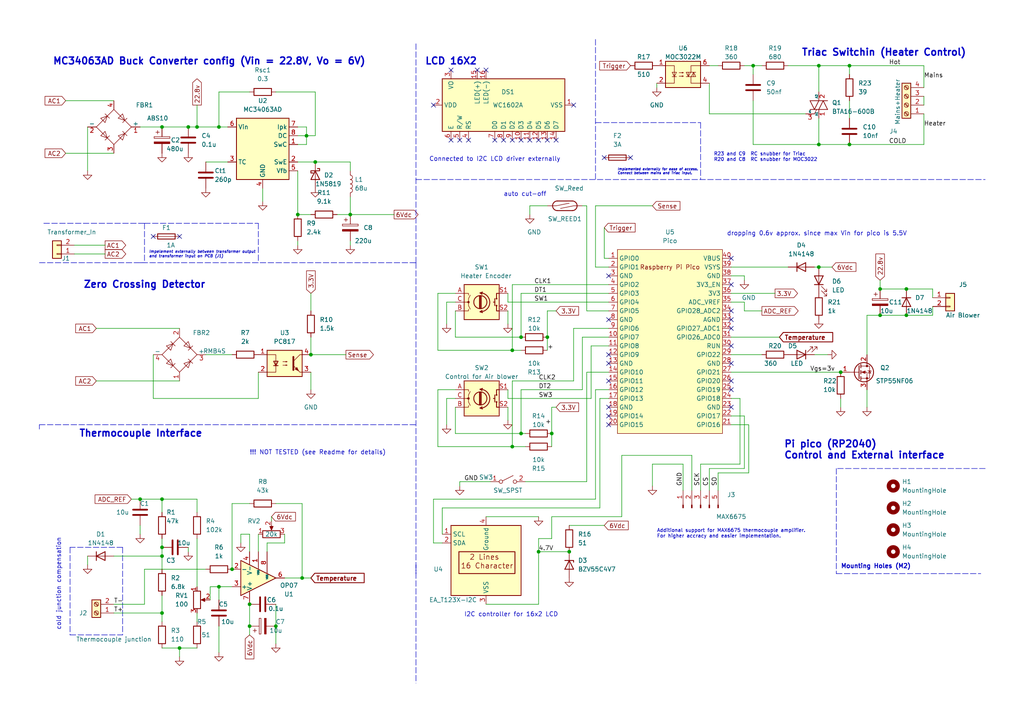
<source format=kicad_sch>
(kicad_sch (version 20211123) (generator eeschema)
  (paper "A4")
  (title_block (title "uStream") (date "2023-04-15") (rev "0.1") (company "Kimagure_krispy") (comment 1 "Designer: Nandish"))
  (junction (at 151.13 125.73))
  (junction (at 54.61 36.83))
  (junction (at 262.89 83.82))
  (junction (at 246.38 19.05))
  (junction (at 88.9 39.37))
  (junction (at 46.99 36.83))
  (junction (at 237.49 19.05))
  (junction (at 67.31 165.1))
  (junction (at 46.99 144.78))
  (junction (at 158.75 97.79))
  (junction (at 255.27 83.82))
  (junction (at 40.64 144.78))
  (junction (at 52.07 187.96))
  (junction (at 237.49 41.91))
  (junction (at 63.5 170.18))
  (junction (at 148.59 101.6))
  (junction (at 255.27 91.44))
  (junction (at 160.02 125.73))
  (junction (at 90.17 102.87))
  (junction (at 237.49 77.47))
  (junction (at 46.99 158.75))
  (junction (at 46.99 161.29))
  (junction (at 262.89 91.44))
  (junction (at 151.13 97.79))
  (junction (at 57.15 36.83))
  (junction (at 72.39 175.26))
  (junction (at 156.21 160.02))
  (junction (at 46.99 177.8))
  (junction (at 91.44 46.99))
  (junction (at 86.36 62.23))
  (junction (at 148.59 129.54))
  (junction (at 72.39 181.61))
  (junction (at 87.63 167.64))
  (junction (at 63.5 36.83))
  (junction (at 243.84 107.95))
  (junction (at 101.6 62.23))
  (junction (at 165.1 160.02))
  (junction (at 246.38 41.91))
  (junction (at 218.44 19.05))
  (junction (at 80.01 181.61))
  (no_connect (at 146.05 40.64))
  (no_connect (at 176.53 102.87))
  (no_connect (at 52.07 68.58))
  (no_connect (at 130.81 40.64))
  (no_connect (at 176.53 110.49))
  (no_connect (at 138.43 20.32))
  (no_connect (at 133.35 40.64))
  (no_connect (at 212.09 118.11))
  (no_connect (at 130.81 20.32))
  (no_connect (at 143.51 40.64))
  (no_connect (at 135.89 40.64))
  (no_connect (at 158.75 40.64))
  (no_connect (at 153.67 40.64))
  (no_connect (at 212.09 92.71))
  (no_connect (at 44.45 68.58))
  (no_connect (at 140.97 20.32))
  (no_connect (at 156.21 40.64))
  (no_connect (at 176.53 120.65))
  (no_connect (at 176.53 92.71))
  (no_connect (at 148.59 40.64))
  (no_connect (at 212.09 74.93))
  (no_connect (at 212.09 110.49))
  (no_connect (at 176.53 80.01))
  (no_connect (at 151.13 40.64))
  (no_connect (at 182.88 45.72))
  (no_connect (at 166.37 30.48))
  (no_connect (at 176.53 105.41))
  (no_connect (at 212.09 100.33))
  (no_connect (at 212.09 113.03))
  (no_connect (at 212.09 105.41))
  (no_connect (at 175.26 45.72))
  (no_connect (at 125.73 30.48))
  (no_connect (at 212.09 90.17))
  (no_connect (at 212.09 82.55))
  (no_connect (at 212.09 95.25))
  (no_connect (at 161.29 40.64))
  (no_connect (at 176.53 123.19))
  (no_connect (at 176.53 118.11))
  (wire (pts (xy 176.53 77.47) (xy 172.72 77.47)))
  (wire (pts (xy 88.9 39.37) (xy 88.9 41.91)))
  (wire (pts (xy 148.59 101.6) (xy 127 101.6)))
  (wire (pts (xy 57.15 36.83) (xy 63.5 36.83)))
  (wire (pts (xy 80.01 181.61) (xy 80.01 186.69)))
  (wire (pts (xy 203.2 134.62) (xy 203.2 142.24)))
  (wire (pts (xy 72.39 175.26) (xy 72.39 181.61)))
  (wire (pts (xy 173.99 147.32) (xy 173.99 115.57)))
  (wire (pts (xy 46.99 172.72) (xy 46.99 177.8)))
  (wire (pts (xy 40.64 36.83) (xy 46.99 36.83)))
  (wire (pts (xy 21.59 73.66) (xy 30.48 73.66)))
  (wire (pts (xy 215.9 87.63) (xy 215.9 90.17)))
  (wire (pts (xy 165.1 160.02) (xy 156.21 160.02)))
  (polyline (pts (xy 20.32 158.75) (xy 20.32 184.15)))
  (wire (pts (xy 267.97 33.02) (xy 267.97 41.91)))
  (wire (pts (xy 27.94 110.49) (xy 52.07 110.49)))
  (polyline (pts (xy 120.65 76.2) (xy 120.65 166.37)))
  (polyline (pts (xy 35.56 158.75) (xy 20.32 158.75)))
  (wire (pts (xy 129.54 87.63) (xy 129.54 93.98)))
  (polyline (pts (xy 20.32 184.15) (xy 35.56 184.15)))
  (wire (pts (xy 240.03 102.87) (xy 236.22 102.87)))
  (wire (pts (xy 212.09 77.47) (xy 228.6 77.47)))
  (wire (pts (xy 246.38 41.91) (xy 267.97 41.91)))
  (wire (pts (xy 172.72 59.69) (xy 189.23 59.69)))
  (wire (pts (xy 147.32 87.63) (xy 176.53 87.63)))
  (wire (pts (xy 251.46 91.44) (xy 255.27 91.44)))
  (wire (pts (xy 86.36 69.85) (xy 86.36 71.12)))
  (wire (pts (xy 125.73 144.78) (xy 172.72 144.78)))
  (wire (pts (xy 87.63 146.05) (xy 87.63 167.64)))
  (wire (pts (xy 171.45 115.57) (xy 171.45 100.33)))
  (wire (pts (xy 80.01 26.67) (xy 91.44 26.67)))
  (wire (pts (xy 170.18 107.95) (xy 176.53 107.95)))
  (polyline (pts (xy 11.43 123.19) (xy 11.43 124.46)))
  (wire (pts (xy 59.69 46.99) (xy 66.04 46.99)))
  (wire (pts (xy 86.36 46.99) (xy 91.44 46.99)))
  (polyline (pts (xy 11.43 123.19) (xy 120.65 123.19)))
  (wire (pts (xy 86.36 62.23) (xy 90.17 62.23)))
  (polyline (pts (xy 74.93 64.77) (xy 74.93 76.2)))
  (wire (pts (xy 147.32 90.17) (xy 147.32 93.98)))
  (wire (pts (xy 214.63 115.57) (xy 214.63 134.62)))
  (polyline (pts (xy 285.75 135.89) (xy 242.57 135.89)))
  (wire (pts (xy 205.74 24.13) (xy 205.74 33.02)))
  (wire (pts (xy 166.37 95.25) (xy 176.53 95.25)))
  (wire (pts (xy 132.08 97.79) (xy 151.13 97.79)))
  (wire (pts (xy 147.32 115.57) (xy 147.32 113.03)))
  (wire (pts (xy 132.08 85.09) (xy 127 85.09)))
  (wire (pts (xy 156.21 175.26) (xy 140.97 175.26)))
  (wire (pts (xy 38.1 144.78) (xy 40.64 144.78)))
  (wire (pts (xy 160.02 156.21) (xy 156.21 156.21)))
  (wire (pts (xy 151.13 113.03) (xy 168.91 113.03)))
  (wire (pts (xy 218.44 19.05) (xy 218.44 21.59)))
  (wire (pts (xy 63.5 26.67) (xy 72.39 26.67)))
  (wire (pts (xy 270.51 83.82) (xy 270.51 86.36)))
  (wire (pts (xy 127 85.09) (xy 127 101.6)))
  (wire (pts (xy 44.45 115.57) (xy 74.93 115.57)))
  (wire (pts (xy 215.9 80.01) (xy 215.9 81.28)))
  (wire (pts (xy 63.5 170.18) (xy 67.31 170.18)))
  (wire (pts (xy 168.91 113.03) (xy 168.91 97.79)))
  (wire (pts (xy 77.47 160.02) (xy 77.47 157.48)))
  (wire (pts (xy 46.99 158.75) (xy 46.99 161.29)))
  (wire (pts (xy 63.5 36.83) (xy 66.04 36.83)))
  (wire (pts (xy 237.49 19.05) (xy 246.38 19.05)))
  (wire (pts (xy 52.07 187.96) (xy 57.15 187.96)))
  (polyline (pts (xy 120.65 12.7) (xy 120.65 52.07)))
  (wire (pts (xy 215.9 120.65) (xy 215.9 135.89)))
  (wire (pts (xy 170.18 107.95) (xy 170.18 139.7)))
  (wire (pts (xy 200.66 142.24) (xy 200.66 132.08)))
  (wire (pts (xy 218.44 19.05) (xy 220.98 19.05)))
  (wire (pts (xy 63.5 36.83) (xy 63.5 26.67)))
  (wire (pts (xy 133.35 139.7) (xy 133.35 140.97)))
  (wire (pts (xy 148.59 101.6) (xy 148.59 82.55)))
  (wire (pts (xy 151.13 97.79) (xy 151.13 85.09)))
  (wire (pts (xy 90.17 107.95) (xy 90.17 113.03)))
  (wire (pts (xy 77.47 157.48) (xy 82.55 157.48)))
  (polyline (pts (xy 172.72 35.56) (xy 203.2 35.56)))
  (wire (pts (xy 158.75 90.17) (xy 161.29 90.17)))
  (wire (pts (xy 63.5 170.18) (xy 63.5 173.99)))
  (wire (pts (xy 69.85 154.94) (xy 69.85 157.48)))
  (wire (pts (xy 151.13 101.6) (xy 148.59 101.6)))
  (polyline (pts (xy 203.2 35.56) (xy 203.2 52.07)))
  (wire (pts (xy 72.39 181.61) (xy 72.39 184.15)))
  (wire (pts (xy 262.89 91.44) (xy 270.51 91.44)))
  (wire (pts (xy 40.64 144.78) (xy 46.99 144.78)))
  (wire (pts (xy 46.99 156.21) (xy 46.99 158.75)))
  (wire (pts (xy 198.12 134.62) (xy 198.12 142.24)))
  (wire (pts (xy 218.44 29.21) (xy 218.44 41.91)))
  (wire (pts (xy 41.91 165.1) (xy 59.69 165.1)))
  (wire (pts (xy 168.91 97.79) (xy 176.53 97.79)))
  (wire (pts (xy 270.51 88.9) (xy 270.51 91.44)))
  (wire (pts (xy 46.99 161.29) (xy 46.99 165.1)))
  (polyline (pts (xy 11.43 76.2) (xy 120.65 76.2)))
  (polyline (pts (xy 41.91 64.77) (xy 41.91 76.2)))
  (wire (pts (xy 243.84 118.11) (xy 243.84 115.57)))
  (polyline (pts (xy 120.65 52.07) (xy 285.75 52.07)))
  (wire (pts (xy 74.93 107.95) (xy 74.93 115.57)))
  (wire (pts (xy 237.49 26.67) (xy 237.49 19.05)))
  (wire (pts (xy 67.31 165.1) (xy 67.31 146.05)))
  (wire (pts (xy 82.55 157.48) (xy 82.55 154.94)))
  (wire (pts (xy 80.01 146.05) (xy 87.63 146.05)))
  (wire (pts (xy 82.55 167.64) (xy 87.63 167.64)))
  (wire (pts (xy 246.38 19.05) (xy 267.97 19.05)))
  (wire (pts (xy 132.08 115.57) (xy 129.54 115.57)))
  (wire (pts (xy 44.45 102.87) (xy 44.45 115.57)))
  (polyline (pts (xy 12.7 64.77) (xy 41.91 64.77)))
  (polyline (pts (xy 41.91 64.77) (xy 74.93 64.77)))
  (wire (pts (xy 67.31 146.05) (xy 72.39 146.05)))
  (wire (pts (xy 33.02 177.8) (xy 46.99 177.8)))
  (wire (pts (xy 60.96 170.18) (xy 63.5 170.18)))
  (wire (pts (xy 255.27 91.44) (xy 262.89 91.44)))
  (wire (pts (xy 151.13 125.73) (xy 152.4 125.73)))
  (polyline (pts (xy 242.57 135.89) (xy 242.57 166.37)))
  (wire (pts (xy 78.74 149.86) (xy 78.74 151.13)))
  (wire (pts (xy 148.59 129.54) (xy 148.59 110.49)))
  (wire (pts (xy 246.38 29.21) (xy 246.38 34.29)))
  (wire (pts (xy 33.02 175.26) (xy 41.91 175.26)))
  (polyline (pts (xy 41.91 76.2) (xy 40.64 76.2)))
  (wire (pts (xy 170.18 139.7) (xy 152.4 139.7)))
  (wire (pts (xy 59.69 102.87) (xy 67.31 102.87)))
  (wire (pts (xy 91.44 39.37) (xy 88.9 39.37)))
  (wire (pts (xy 228.6 19.05) (xy 237.49 19.05)))
  (wire (pts (xy 86.36 49.53) (xy 86.36 62.23)))
  (wire (pts (xy 148.59 129.54) (xy 152.4 129.54)))
  (wire (pts (xy 101.6 69.85) (xy 101.6 71.12)))
  (wire (pts (xy 200.66 132.08) (xy 180.34 132.08)))
  (wire (pts (xy 236.22 77.47) (xy 237.49 77.47)))
  (wire (pts (xy 19.05 29.21) (xy 33.02 29.21)))
  (wire (pts (xy 237.49 77.47) (xy 241.3 77.47)))
  (wire (pts (xy 80.01 175.26) (xy 80.01 181.61)))
  (wire (pts (xy 158.75 97.79) (xy 158.75 101.6)))
  (wire (pts (xy 212.09 107.95) (xy 243.84 107.95)))
  (wire (pts (xy 267.97 27.94) (xy 267.97 30.48)))
  (wire (pts (xy 205.74 19.05) (xy 208.28 19.05)))
  (wire (pts (xy 189.23 134.62) (xy 189.23 140.97)))
  (wire (pts (xy 215.9 90.17) (xy 220.98 90.17)))
  (wire (pts (xy 158.75 90.17) (xy 158.75 97.79)))
  (wire (pts (xy 101.6 57.15) (xy 101.6 62.23)))
  (wire (pts (xy 172.72 113.03) (xy 176.53 113.03)))
  (wire (pts (xy 212.09 87.63) (xy 215.9 87.63)))
  (wire (pts (xy 91.44 26.67) (xy 91.44 39.37)))
  (wire (pts (xy 33.02 161.29) (xy 46.99 161.29)))
  (wire (pts (xy 212.09 85.09) (xy 224.79 85.09)))
  (wire (pts (xy 175.26 74.93) (xy 176.53 74.93)))
  (wire (pts (xy 57.15 144.78) (xy 57.15 148.59)))
  (wire (pts (xy 218.44 41.91) (xy 237.49 41.91)))
  (wire (pts (xy 166.37 110.49) (xy 166.37 95.25)))
  (wire (pts (xy 147.32 118.11) (xy 147.32 121.92)))
  (wire (pts (xy 72.39 154.94) (xy 69.85 154.94)))
  (wire (pts (xy 46.99 187.96) (xy 52.07 187.96)))
  (wire (pts (xy 148.59 129.54) (xy 127 129.54)))
  (wire (pts (xy 180.34 149.86) (xy 160.02 149.86)))
  (wire (pts (xy 72.39 154.94) (xy 72.39 160.02)))
  (wire (pts (xy 60.96 173.99) (xy 60.96 170.18)))
  (wire (pts (xy 205.74 135.89) (xy 205.74 142.24)))
  (wire (pts (xy 217.17 123.19) (xy 217.17 137.16)))
  (wire (pts (xy 57.15 30.48) (xy 57.15 36.83)))
  (wire (pts (xy 127 113.03) (xy 127 129.54)))
  (wire (pts (xy 208.28 137.16) (xy 208.28 142.24)))
  (wire (pts (xy 57.15 177.8) (xy 57.15 180.34)))
  (wire (pts (xy 171.45 100.33) (xy 176.53 100.33)))
  (polyline (pts (xy 120.65 76.2) (xy 120.65 52.07)))
  (wire (pts (xy 147.32 115.57) (xy 171.45 115.57)))
  (wire (pts (xy 40.64 154.94) (xy 40.64 152.4)))
  (wire (pts (xy 151.13 125.73) (xy 151.13 113.03)))
  (wire (pts (xy 153.67 59.69) (xy 153.67 62.23)))
  (wire (pts (xy 267.97 19.05) (xy 267.97 25.4)))
  (wire (pts (xy 156.21 160.02) (xy 156.21 175.26)))
  (wire (pts (xy 212.09 123.19) (xy 217.17 123.19)))
  (wire (pts (xy 214.63 134.62) (xy 203.2 134.62)))
  (wire (pts (xy 46.99 177.8) (xy 46.99 180.34)))
  (wire (pts (xy 255.27 83.82) (xy 262.89 83.82)))
  (wire (pts (xy 46.99 144.78) (xy 46.99 148.59)))
  (wire (pts (xy 132.08 118.11) (xy 132.08 125.73)))
  (wire (pts (xy 205.74 33.02) (xy 233.68 33.02)))
  (wire (pts (xy 90.17 102.87) (xy 100.33 102.87)))
  (wire (pts (xy 129.54 115.57) (xy 129.54 123.19)))
  (polyline (pts (xy 120.65 163.83) (xy 120.65 198.12)))
  (wire (pts (xy 212.09 80.01) (xy 215.9 80.01)))
  (wire (pts (xy 212.09 97.79) (xy 226.06 97.79)))
  (wire (pts (xy 128.27 147.32) (xy 173.99 147.32)))
  (wire (pts (xy 54.61 158.75) (xy 54.61 160.02)))
  (wire (pts (xy 46.99 36.83) (xy 54.61 36.83)))
  (wire (pts (xy 41.91 175.26) (xy 41.91 165.1)))
  (wire (pts (xy 212.09 102.87) (xy 220.98 102.87)))
  (wire (pts (xy 172.72 77.47) (xy 172.72 59.69)))
  (wire (pts (xy 148.59 82.55) (xy 176.53 82.55)))
  (wire (pts (xy 262.89 83.82) (xy 270.51 83.82)))
  (wire (pts (xy 217.17 137.16) (xy 208.28 137.16)))
  (wire (pts (xy 86.36 36.83) (xy 88.9 36.83)))
  (wire (pts (xy 21.59 71.12) (xy 30.48 71.12)))
  (wire (pts (xy 86.36 41.91) (xy 88.9 41.91)))
  (wire (pts (xy 190.5 24.13) (xy 190.5 25.4)))
  (wire (pts (xy 132.08 113.03) (xy 127 113.03)))
  (wire (pts (xy 160.02 118.11) (xy 161.29 118.11)))
  (wire (pts (xy 175.26 66.04) (xy 175.26 74.93)))
  (wire (pts (xy 63.5 189.23) (xy 63.5 181.61)))
  (wire (pts (xy 91.44 46.99) (xy 101.6 46.99)))
  (wire (pts (xy 90.17 85.09) (xy 90.17 90.17)))
  (wire (pts (xy 172.72 144.78) (xy 172.72 113.03)))
  (wire (pts (xy 215.9 135.89) (xy 205.74 135.89)))
  (wire (pts (xy 237.49 34.29) (xy 237.49 41.91)))
  (wire (pts (xy 156.21 156.21) (xy 156.21 160.02)))
  (polyline (pts (xy 172.72 11.43) (xy 172.72 52.07)))
  (wire (pts (xy 76.2 54.61) (xy 76.2 58.42)))
  (wire (pts (xy 165.1 152.4) (xy 175.26 152.4)))
  (wire (pts (xy 101.6 62.23) (xy 114.3 62.23)))
  (wire (pts (xy 86.36 39.37) (xy 88.9 39.37)))
  (wire (pts (xy 215.9 19.05) (xy 218.44 19.05)))
  (wire (pts (xy 87.63 167.64) (xy 90.17 167.64)))
  (wire (pts (xy 33.02 44.45) (xy 19.05 44.45)))
  (wire (pts (xy 212.09 120.65) (xy 215.9 120.65)))
  (wire (pts (xy 251.46 102.87) (xy 251.46 91.44)))
  (wire (pts (xy 160.02 118.11) (xy 160.02 125.73)))
  (wire (pts (xy 27.94 95.25) (xy 52.07 95.25)))
  (wire (pts (xy 25.4 161.29) (xy 25.4 163.83)))
  (wire (pts (xy 101.6 46.99) (xy 101.6 49.53)))
  (wire (pts (xy 246.38 19.05) (xy 246.38 21.59)))
  (wire (pts (xy 97.79 62.23) (xy 101.6 62.23)))
  (wire (pts (xy 132.08 87.63) (xy 129.54 87.63)))
  (wire (pts (xy 147.32 87.63) (xy 147.32 85.09)))
  (wire (pts (xy 160.02 125.73) (xy 160.02 129.54)))
  (wire (pts (xy 46.99 144.78) (xy 57.15 144.78)))
  (wire (pts (xy 160.02 149.86) (xy 160.02 156.21)))
  (wire (pts (xy 173.99 115.57) (xy 176.53 115.57)))
  (polyline (pts (xy 242.57 166.37) (xy 284.48 166.37)))
  (wire (pts (xy 125.73 157.48) (xy 125.73 144.78)))
  (wire (pts (xy 170.18 90.17) (xy 170.18 59.69)))
  (wire (pts (xy 133.35 139.7) (xy 142.24 139.7)))
  (wire (pts (xy 132.08 125.73) (xy 151.13 125.73)))
  (wire (pts (xy 255.27 83.82) (xy 255.27 81.28)))
  (wire (pts (xy 237.49 41.91) (xy 246.38 41.91)))
  (wire (pts (xy 128.27 157.48) (xy 125.73 157.48)))
  (wire (pts (xy 189.23 134.62) (xy 198.12 134.62)))
  (polyline (pts (xy 35.56 158.75) (xy 35.56 184.15)))
  (wire (pts (xy 52.07 187.96) (xy 52.07 190.5)))
  (wire (pts (xy 176.53 90.17) (xy 170.18 90.17)))
  (wire (pts (xy 25.4 36.83) (xy 25.4 49.53)))
  (wire (pts (xy 251.46 113.03) (xy 251.46 118.11)))
  (wire (pts (xy 140.97 149.86) (xy 156.21 149.86)))
  (wire (pts (xy 170.18 59.69) (xy 168.91 59.69)))
  (wire (pts (xy 148.59 110.49) (xy 166.37 110.49)))
  (wire (pts (xy 128.27 154.94) (xy 128.27 147.32)))
  (wire (pts (xy 54.61 36.83) (xy 57.15 36.83)))
  (wire (pts (xy 180.34 132.08) (xy 180.34 149.86)))
  (wire (pts (xy 151.13 85.09) (xy 176.53 85.09)))
  (wire (pts (xy 74.93 154.94) (xy 74.93 160.02)))
  (wire (pts (xy 88.9 36.83) (xy 88.9 39.37)))
  (wire (pts (xy 57.15 156.21) (xy 57.15 170.18)))
  (wire (pts (xy 158.75 59.69) (xy 153.67 59.69)))
  (wire (pts (xy 132.08 90.17) (xy 132.08 97.79)))
  (wire (pts (xy 90.17 97.79) (xy 90.17 102.87)))
  (wire (pts (xy 212.09 115.57) (xy 214.63 115.57)))
  (text "auto cut-off \n" (at 146.05 57.15 0) (effects (font (size 1.27 1.27)) (justify left bottom)))
  (text "dropping 0.6v approx. since max Vin for pico is 5.5V\n" (at 210.82 68.58 0) (effects (font (size 1.27 1.27)) (justify left bottom)))
  (text "Additional support for MAX6675 thermocouple amplifier.\nFor higher accracy and easier implementation." (at 190.5 156.21 0) (effects (font (size 1 1)) (justify left bottom)))
  (text "Implemented externally for ease of access.\nConnect between mains and Triac input." (at 179.07 50.8 0) (effects (font (size 0.7 0.7) italic) (justify left bottom)))
  (text "cold junction compensation\n" (at 17.78 182.88 90) (effects (font (size 1.27 1.27)) (justify left bottom)))
  (text "Connected to I2C LCD driver externally\n" (at 124.46 46.99 0) (effects (font (size 1.27 1.27)) (justify left bottom)))
  (text "Pi pico (RP2040)\nControl and External interface" (at 227.33 133.35 0) (effects (font (size 2 2) bold) (justify left bottom)))
  (text "LCD 16X2" (at 123.19 19.05 0) (effects (font (size 2 2) bold) (justify left bottom)))
  (text "!!! NOT TESTED (see Readme for details)" (at 72.39 132.08 0) (effects (font (size 1.27 1.27)) (justify left bottom)))
  (text "Thermocouple Interface\n" (at 22.86 127 0) (effects (font (size 2 2) bold) (justify left bottom)))
  (text "Triac Switchin (Heater Control)" (at 232.41 16.51 0) (effects (font (size 2 2) bold) (justify left bottom)))
  (text "MC34063AD Buck Converter config (Vin = 22.8V, Vo = 6V)" (at 15.24 19.05 0) (effects (font (size 2 2) bold) (justify left bottom)))
  (text "Mounting Holes (M2)" (at 243.84 165.1 0) (effects (font (size 1.27 1.27) (thickness 0.254) bold) (justify left bottom)))
  (text "R23 and C9  RC snubber for Triac\nR20 and C8  RC snubber for MOC3022" (at 207.01 46.99 0) (effects (font (size 1 1)) (justify left bottom)))
  (text "Zero Crossing Detector\n" (at 24.13 83.82 0) (effects (font (size 2 2) bold) (justify left bottom)))
  (text "I2C controller for 16x2 LCD\n" (at 134.62 179.07 0) (effects (font (size 1.27 1.27)) (justify left bottom)))
  (text "Impelement externally between transformer output\nand transformer input on PCB (J1)" (at 43.18 74.93 0) (effects (font (size 0.8 0.8) italic) (justify left bottom)))
  (label "CLK2" (at 156.21 110.49 0))
  (label "GND" (at 134.62 139.7 0))
  (label "CS" (at 205.74 140.97 90))
  (label "SW3" (at 156.21 115.57 0))
  (label "SO" (at 208.28 140.97 90))
  (label "T-" (at 33.02 175.26 0))
  (label "SW1" (at 154.94 87.63 0))
  (label "4.7V" (at 156.21 160.02 0))
  (label "T+" (at 33.02 177.8 0))
  (label "DT1" (at 154.94 85.09 0))
  (label "+" (at 158.75 101.6 0))
  (label "CLK1" (at 154.94 82.55 0))
  (label "GND" (at 198.12 140.97 90))
  (label "Vgs=3v" (at 234.95 107.95 0))
  (label "SCK" (at 203.2 140.97 90))
  (label "DT2" (at 156.21 113.03 0))
  (label "Hot" (at 257.81 19.05 0))
  (label "+" (at 160.02 123.19 90))
  (label "Mains" (at 267.97 22.86 0))
  (label "Heater" (at 267.97 36.83 0))
  (label "COLD" (at 257.81 41.91 0))
  (global_label "6Vdc" (shape output) (at 114.3 62.23 0) (property "Intersheet References" "${INTERSHEET_REFS}" (effects hide)))
  (global_label "AC2" (shape input) (at 19.05 44.45 180) (property "Intersheet References" "${INTERSHEET_REFS}" (effects hide)))
  (global_label "Temperature " (shape input) (at 226.06 97.79 0) (effects (font bold)) (property "Intersheet References" "${INTERSHEET_REFS}" (effects hide)))
  (global_label "3.3V" (shape input) (at 90.17 85.09 90) (property "Intersheet References" "${INTERSHEET_REFS}" (effects hide)))
  (global_label "3.3V" (shape input) (at 161.29 118.11 0) (property "Intersheet References" "${INTERSHEET_REFS}" (effects hide)))
  (global_label "Sense" (shape output) (at 100.33 102.87 0) (property "Intersheet References" "${INTERSHEET_REFS}" (effects hide)))
  (global_label "AC2" (shape input) (at 27.94 110.49 180) (property "Intersheet References" "${INTERSHEET_REFS}" (effects hide)))
  (global_label "3.3V" (shape output) (at 224.79 85.09 0) (property "Intersheet References" "${INTERSHEET_REFS}" (effects hide)))
  (global_label "AC2" (shape output) (at 30.48 73.66 0) (property "Intersheet References" "${INTERSHEET_REFS}" (effects hide)))
  (global_label "ADC_REF" (shape input) (at 38.1 144.78 180) (property "Intersheet References" "${INTERSHEET_REFS}" (effects hide)))
  (global_label "ADC_REF" (shape output) (at 220.98 90.17 0) (property "Intersheet References" "${INTERSHEET_REFS}" (effects hide)))
  (global_label "22.8v" (shape input) (at 255.27 81.28 90) (property "Intersheet References" "${INTERSHEET_REFS}" (effects hide)))
  (global_label "6Vdc" (shape input) (at 78.74 149.86 0) (property "Intersheet References" "${INTERSHEET_REFS}" (effects hide)))
  (global_label "6Vdc" (shape input) (at 241.3 77.47 0) (property "Intersheet References" "${INTERSHEET_REFS}" (effects hide)))
  (global_label "AC1" (shape input) (at 19.05 29.21 180) (property "Intersheet References" "${INTERSHEET_REFS}" (effects hide)))
  (global_label "AC1" (shape output) (at 30.48 71.12 0) (property "Intersheet References" "${INTERSHEET_REFS}" (effects hide)))
  (global_label "3.3V" (shape input) (at 161.29 90.17 0) (property "Intersheet References" "${INTERSHEET_REFS}" (effects hide)))
  (global_label "6Vdc" (shape input) (at 72.39 184.15 270) (property "Intersheet References" "${INTERSHEET_REFS}" (effects hide)))
  (global_label "AC1" (shape input) (at 27.94 95.25 180) (property "Intersheet References" "${INTERSHEET_REFS}" (effects hide)))
  (global_label "22.8v" (shape output) (at 57.15 30.48 90) (property "Intersheet References" "${INTERSHEET_REFS}" (effects hide)))
  (global_label "Trigger" (shape input) (at 182.88 19.05 180) (property "Intersheet References" "${INTERSHEET_REFS}" (effects hide)))
  (global_label "Sense" (shape input) (at 189.23 59.69 0) (property "Intersheet References" "${INTERSHEET_REFS}" (effects hide)))
  (global_label "Temperature " (shape input) (at 90.17 167.64 0) (effects (font bold)) (property "Intersheet References" "${INTERSHEET_REFS}" (effects hide)))
  (global_label "Trigger" (shape input) (at 175.26 66.04 0) (property "Intersheet References" "${INTERSHEET_REFS}" (effects hide)))
  (global_label "6Vdc" (shape input) (at 175.26 152.4 0) (property "Intersheet References" "${INTERSHEET_REFS}" (effects hide)))
  (symbol (lib_id "power:GND") (at 63.5 189.23 0) (unit 1)
    (property "Reference" "#PWR09" (effects hide))
    (property "Value" "GND" (effects hide))
  )
  (symbol (lib_id "power:GND") (at 25.4 49.53 0) (unit 1)
    (property "Reference" "#PWR01" (effects hide))
    (property "Value" "GND" (effects hide))
  )
  (symbol (lib_id "Mechanical:MountingHole") (at 259.08 160.02 0) (unit 1)
    (property "Reference" "H4" (at 261.62 158.7499 0) (effects (justify left)))
    (property "Value" "MountingHole" (at 261.62 161.2899 0) (effects (justify left)))
    (property "Footprint" "MountingHole:MountingHole_3.2mm_M3" (effects hide))
  )
  (symbol (lib_id "power:GND") (at 190.5 25.4 0) (unit 1)
    (property "Reference" "#PWR026" (effects hide))
    (property "Value" "GND" (at 190.5 30.48 0))
  )
  (symbol (lib_id "power:GND") (at 69.85 157.48 0) (unit 1)
    (property "Reference" "#PWR010" (effects hide))
    (property "Value" "GND" (effects hide))
  )
  (symbol (lib_id "Device:Fuse") (at 48.26 68.58 90) (unit 1)
    (property "Reference" "F1" (at 49.53 66.04 90) (effects (justify left)))
    (property "Value" "1A " (at 50.8 71.12 90) (effects (justify left)))
  )
  (symbol (lib_id "power:GND") (at 76.2 58.42 0) (unit 1)
    (property "Reference" "#PWR011" (effects hide))
    (property "Value" "GND" (effects hide))
  )
  (symbol (lib_id "power:GND") (at 80.01 186.69 0) (unit 1)
    (property "Reference" "#PWR012" (effects hide))
    (property "Value" "GND" (effects hide))
  )
  (symbol (lib_id "power:GND") (at 251.46 118.11 0) (unit 1)
    (property "Reference" "#PWR031" (effects hide))
    (property "Value" "GND" (effects hide))
  )
  (symbol (lib_id "power:GND") (at 46.99 44.45 0) (unit 1)
    (property "Reference" "#PWR04" (effects hide))
    (property "Value" "GND" (effects hide))
  )
  (symbol (lib_id "power:GND") (at 91.44 54.61 0) (unit 1)
    (property "Reference" "#PWR015" (effects hide))
    (property "Value" "GND" (effects hide))
  )
  (symbol (lib_id "Device:C_Polarized") (at 255.27 87.63 0) (unit 1)
    (property "Reference" "C11" (at 257.81 87.63 0) (effects (justify left)))
    (property "Value" "10u" (at 259.08 90.17 0) (effects (justify right)))
    (property "Footprint" "Capacitor_SMD:CP_Elec_6.3x5.8" (effects hide))
  )
  (symbol (lib_id "Device:R") (at 63.5 165.1 270) (unit 1)
    (property "Reference" "R6" (at 63.5 158.75 90))
    (property "Value" "1k" (at 63.5 161.29 90))
    (property "Footprint" "Resistor_SMD:R_0805_2012Metric_Pad1.20x1.40mm_HandSolder" (effects hide))
  )
  (symbol (lib_id "Device:R") (at 246.38 25.4 0) (unit 1)
    (property "Reference" "R23" (at 248.92 24.1299 0) (effects (justify left)))
    (property "Value" "39" (at 248.92 26.6699 0) (effects (justify left)))
    (property "Footprint" "Resistor_SMD:R_1206_3216Metric_Pad1.30x1.75mm_HandSolder" (effects hide))
  )
  (symbol (lib_id "Device:R") (at 86.36 66.04 0) (unit 1)
    (property "Reference" "R9" (at 88.9 64.7699 0) (effects (justify left)))
    (property "Value" "2.4k" (at 88.9 67.3099 0) (effects (justify left)))
    (property "Footprint" "Resistor_SMD:R_0805_2012Metric_Pad1.20x1.40mm_HandSolder" (effects hide))
  )
  (symbol (lib_id "power:GND") (at 215.9 81.28 0) (unit 1)
    (property "Reference" "#PWR027" (effects hide))
    (property "Value" "GND" (at 217.17 86.36 0))
  )
  (symbol (lib_id "Device:C") (at 59.69 50.8 180) (unit 1)
    (property "Reference" "Ct1" (at 62.23 49.53 0) (effects (justify right)))
    (property "Value" "260p" (at 62.23 52.07 0) (effects (justify right)))
    (property "Footprint" "Capacitor_SMD:C_0805_2012Metric_Pad1.18x1.45mm_HandSolder" (effects hide))
  )
  (symbol (lib_id "Device:RotaryEncoder_Switch") (at 139.7 115.57 0) (unit 1)
    (property "Reference" "SW2" (at 139.7 106.68 0))
    (property "Value" "Control for Air blower" (at 139.7 109.22 0))
    (property "Footprint" "Rotary_Encoder:RotaryEncoder_Alps_EC11E-Switch_Vertical_H20mm" (effects hide))
  )
  (symbol (lib_id "Device:C") (at 50.8 158.75 90) (unit 1)
    (property "Reference" "C3" (at 49.53 162.56 90))
    (property "Value" "10u" (at 53.34 157.48 90))
    (property "Footprint" "Capacitor_SMD:CP_Elec_6.3x5.8" (effects hide))
  )
  (symbol (lib_id "power:GND") (at 153.67 62.23 0) (unit 1)
    (property "Reference" "#PWR022" (effects hide))
    (property "Value" "GND" (at 154.94 67.31 0))
  )
  (symbol (lib_id "power:GND") (at 129.54 123.19 0) (unit 1)
    (property "Reference" "#PWR018" (effects hide))
    (property "Value" "GND" (effects hide))
  )
  (symbol (lib_id "Device:R") (at 46.99 168.91 180) (unit 1)
    (property "Reference" "R2" (at 49.53 167.6399 0) (effects (justify right)))
    (property "Value" "6.8k" (at 49.53 170.1799 0) (effects (justify right)))
    (property "Footprint" "Resistor_SMD:R_0805_2012Metric_Pad1.20x1.40mm_HandSolder" (effects hide))
  )
  (symbol (lib_id "power:GND") (at 25.4 163.83 0) (unit 1)
    (property "Reference" "#PWR02" (effects hide))
    (property "Value" "GND" (effects hide))
  )
  (symbol (lib_id "Display_Character:WC1602A") (at 146.05 30.48 90) (unit 1)
    (property "Reference" "DS1" (at 147.32 26.67 90))
    (property "Value" "WC1602A" (at 147.32 30.48 90))
    (property "Footprint" "Display:WC1602A" (effects hide))
    (property "Datasheet" "http://www.wincomlcd.com/pdf/WC1602A-SFYLYHTC06.pdf" (effects hide))
  )
  (symbol (lib_id "Device:R") (at 154.94 101.6 90) (unit 1)
    (property "Reference" "R13" (at 154.9445 107.9411 90))
    (property "Value" "10k" (at 154.9445 105.4011 90))
    (property "Footprint" "Resistor_SMD:R_0805_2012Metric_Pad1.20x1.40mm_HandSolder" (effects hide))
  )
  (symbol (lib_id "Device:R") (at 186.69 19.05 90) (unit 1)
    (property "Reference" "R17" (at 186.69 16.51 90))
    (property "Value" "510" (at 186.69 21.59 90))
    (property "Footprint" "Resistor_SMD:R_0805_2012Metric_Pad1.20x1.40mm_HandSolder" (effects hide))
  )
  (symbol (lib_id "power:GND") (at 59.69 54.61 0) (unit 1)
    (property "Reference" "#PWR08" (effects hide))
    (property "Value" "GND" (effects hide))
  )
  (symbol (lib_id "Device:R") (at 57.15 152.4 0) (mirror y) (unit 1)
    (property "Reference" "R4" (at 59.69 151.1299 0) (effects (justify right)))
    (property "Value" "102k" (at 59.69 153.6699 0) (effects (justify right)))
    (property "Footprint" "Resistor_SMD:R_0805_2012Metric_Pad1.20x1.40mm_HandSolder" (effects hide))
  )
  (symbol (lib_id "Connector:Screw_Terminal_01x04") (at 262.89 30.48 180) (unit 1)
    (property "Reference" "J4" (at 260.35 38.1 0) (effects (justify left)))
    (property "Value" "Mains+Heater" (at 260.35 22.86 90) (effects (justify left)))
    (property "Footprint" "TerminalBlock_Phoenix:TerminalBlock_Phoenix_MKDS-1,5-4-5.08_1x04_P5.08mm_Horizontal" (effects hide))
  )
  (symbol (lib_id "Relay_SolidState:MOC3022M") (at 198.12 21.59 0) (unit 1)
    (property "Reference" "U6" (at 198.12 13.97 0))
    (property "Value" "MOC3022M" (at 198.12 16.51 0))
    (property "Footprint" "Package_DIP:DIP-6_W7.62mm" (effects hide))
    (property "Datasheet" "https://www.onsemi.com/pub/Collateral/MOC3023M-D.PDF" (effects hide))
  )
  (symbol (lib_id "Mechanical:MountingHole") (at 259.08 140.97 0) (unit 1)
    (property "Reference" "H1" (at 261.62 139.6999 0) (effects (justify left)))
    (property "Value" "MountingHole" (at 261.62 142.2399 0) (effects (justify left)))
    (property "Footprint" "MountingHole:MountingHole_3.2mm_M3" (effects hide))
  )
  (symbol (lib_id "Device:R_Potentiometer") (at 78.74 154.94 90) (unit 1)
    (property "Reference" "RV2" (at 73.66 151.13 90))
    (property "Value" "20k" (at 78.74 154.94 90))
    (property "Footprint" "Potentiometer_THT:Potentiometer_Bourns_3296W_Vertical" (effects hide))
  )
  (symbol (lib_id "Mechanical:MountingHole") (at 259.08 153.67 0) (unit 1)
    (property "Reference" "H3" (at 261.62 152.3999 0) (effects (justify left)))
    (property "Value" "MountingHole" (at 261.62 154.9399 0) (effects (justify left)))
    (property "Footprint" "MountingHole:MountingHole_3.2mm_M3" (effects hide))
  )
  (symbol (lib_id "Device:L") (at 101.6 53.34 0) (unit 1)
    (property "Reference" "L1" (at 102.87 52.0699 0) (effects (justify left)))
    (property "Value" "68u" (at 102.87 54.6099 0) (effects (justify left)))
    (property "Footprint" "Inductor_SMD:L_Sunlord_SWPA80xxS" (effects hide))
  )
  (symbol (lib_id "Device:R") (at 76.2 146.05 270) (unit 1)
    (property "Reference" "R8" (at 76.2 139.7 90))
    (property "Value" "43k" (at 76.2 142.24 90))
    (property "Footprint" "Resistor_SMD:R_0805_2012Metric_Pad1.20x1.40mm_HandSolder" (effects hide))
  )
  (symbol (lib_id "power:GND") (at 237.49 92.71 0) (unit 1)
    (property "Reference" "#PWR028" (effects hide))
    (property "Value" "GND" (effects hide))
  )
  (symbol (lib_id "power:GND") (at 129.54 93.98 0) (unit 1)
    (property "Reference" "#PWR017" (effects hide))
    (property "Value" "GND" (effects hide))
  )
  (symbol (lib_id "Switch:SW_SPST") (at 147.32 139.7 0) (unit 1)
    (property "Reference" "SW3" (at 140.97 138.43 0))
    (property "Value" "SW_SPST" (at 147.32 142.24 0))
    (property "Footprint" "Button_Switch_SMD:SW_SPST_TL3342" (effects hide))
  )
  (symbol (lib_id "Device:R") (at 46.99 152.4 180) (unit 1)
    (property "Reference" "R1" (at 48.26 148.59 0) (effects (justify right)))
    (property "Value" "47k" (at 48.26 151.13 0) (effects (justify right)))
    (property "Footprint" "Resistor_SMD:R_0805_2012Metric_Pad1.20x1.40mm_HandSolder" (effects hide))
  )
  (symbol (lib_id "Device:R_Potentiometer") (at 57.15 173.99 0) (unit 1)
    (property "Reference" "RV1" (at 54.61 172.7199 0) (effects (justify right)))
    (property "Value" "100" (at 54.61 175.2599 0) (effects (justify right)))
    (property "Footprint" "Potentiometer_SMD:Potentiometer_Bourns_TC33X_Vertical" (effects hide))
  )
  (symbol (lib_id "Device:C") (at 40.64 148.59 0) (unit 1)
    (property "Reference" "C1" (at 41.91 146.05 0))
    (property "Value" "10u" (at 35.56 148.59 0))
    (property "Footprint" "Capacitor_SMD:C_0805_2012Metric_Pad1.18x1.45mm_HandSolder" (effects hide))
  )
  (symbol (lib_id "Device:C") (at 246.38 38.1 0) (unit 1)
    (property "Reference" "C10" (at 250.19 36.8299 0) (effects (justify left)))
    (property "Value" "10nf" (at 250.19 39.3699 0) (effects (justify left)))
    (property "Footprint" "Capacitor_THT:C_Rect_L13.0mm_W6.0mm_P10.00mm_FKS3_FKP3_MKS4" (effects hide))
  )
  (symbol (lib_id "Device:R") (at 90.17 93.98 0) (unit 1)
    (property "Reference" "R10" (at 92.71 92.7099 0) (effects (justify left)))
    (property "Value" "1.5k" (at 92.71 95.25 0) (effects (justify left)))
    (property "Footprint" "Resistor_SMD:R_0805_2012Metric_Pad1.20x1.40mm_HandSolder" (effects hide))
  )
  (symbol (lib_id "Device:R") (at 243.84 111.76 180) (unit 1)
    (property "Reference" "R22" (at 238.76 110.49 0) (effects (justify right)))
    (property "Value" "10k" (at 238.76 113.03 0) (effects (justify right)))
    (property "Footprint" "Resistor_SMD:R_0805_2012Metric_Pad1.20x1.40mm_HandSolder" (effects hide))
  )
  (symbol (lib_id "Device:C") (at 54.61 40.64 180) (unit 1)
    (property "Reference" "C4" (at 58.42 39.3699 0) (effects (justify right)))
    (property "Value" "0.1u" (at 58.42 41.9099 0) (effects (justify right)))
    (property "Footprint" "Capacitor_SMD:C_0805_2012Metric_Pad1.18x1.45mm_HandSolder" (effects hide))
  )
  (symbol (lib_id "Connector_Generic:Conn_01x02") (at 16.51 73.66 180) (unit 1)
    (property "Reference" "J1" (at 20.32 74.93 0) (effects (justify left)))
    (property "Value" "Transformer_In" (at 27.94 67.31 0) (effects (justify left)))
    (property "Footprint" "Connector_JST:JST_XH_B2B-XH-A_1x02_P2.50mm_Vertical" (effects hide))
  )
  (symbol (lib_id "power:GND") (at 243.84 118.11 0) (unit 1)
    (property "Reference" "#PWR030" (effects hide))
    (property "Value" "GND" (effects hide))
  )
  (symbol (lib_id "Device:R") (at 76.2 26.67 90) (unit 1)
    (property "Reference" "Rsc1" (at 76.2 20.32 90))
    (property "Value" "0.3" (at 76.2 22.86 90))
    (property "Footprint" "Resistor_SMD:R_2512_6332Metric_Pad1.40x3.35mm_HandSolder" (effects hide))
  )
  (symbol (lib_id "Device:D") (at 262.89 87.63 270) (unit 1)
    (property "Reference" "D7" (at 265.43 86.3599 90) (effects (justify left)))
    (property "Value" "1N4148" (at 262.89 90.17 90) (effects (justify left)))
    (property "Footprint" "Diode_SMD:D_SOD-123" (effects hide))
  )
  (symbol (lib_id "Triac_Thyristor:BTA16-600B") (at 237.49 30.48 0) (unit 1)
    (property "Reference" "Q1" (at 241.3 29.7941 0) (effects (justify left)))
    (property "Value" "BTA16-600B" (at 241.3 32.3341 0) (effects (justify left)))
    (property "Footprint" "Package_TO_SOT_THT:TO-220-3_Vertical" (effects hide))
    (property "Datasheet" "https://www.st.com/resource/en/datasheet/bta16.pdf" (effects hide))
  )
  (symbol (lib_id "Display_Character:EA_T123X-I2C") (at 140.97 162.56 0) (unit 1)
    (property "Reference" "U4" (at 125.73 165.1 0) (effects (justify left)))
    (property "Value" "EA_T123X-I2C" (at 124.46 173.99 0) (effects (justify left)))
    (property "Footprint" "Connector_PinSocket_2.54mm:PinSocket_1x04_P2.54mm_Vertical" (effects hide))
    (property "Datasheet" "http://www.lcd-module.de/pdf/doma/t123-i2c.pdf" (effects hide))
  )
  (symbol (lib_id "power:GND") (at 86.36 71.12 0) (unit 1)
    (property "Reference" "#PWR013" (effects hide))
    (property "Value" "GND" (effects hide))
  )
  (symbol (lib_id "Device:C_Polarized") (at 76.2 181.61 90) (unit 1)
    (property "Reference" "C7" (at 81.28 180.34 90))
    (property "Value" "10u" (at 80.01 182.88 90))
    (property "Footprint" "Capacitor_SMD:CP_Elec_6.3x5.8" (effects hide))
  )
  (symbol (lib_id "power:GND") (at 54.61 44.45 0) (unit 1)
    (property "Reference" "#PWR06" (effects hide))
    (property "Value" "GND" (effects hide))
  )
  (symbol (lib_id "Device:R") (at 46.99 184.15 180) (unit 1)
    (property "Reference" "R3" (at 49.53 182.8799 0) (effects (justify right)))
    (property "Value" "110" (at 49.53 185.4199 0) (effects (justify right)))
    (property "Footprint" "Resistor_SMD:R_0805_2012Metric_Pad1.20x1.40mm_HandSolder" (effects hide))
  )
  (symbol (lib_id "Connector:Conn_01x05_Male") (at 203.2 147.32 90) (unit 1)
    (property "Reference" "J3" (at 212.09 143.51 90))
    (property "Value" "MAX6675" (at 212.09 149.86 90))
    (property "Footprint" "Connector_PinSocket_2.54mm:PinSocket_1x05_P2.54mm_Vertical" (effects hide))
  )
  (symbol (lib_id "Device:R") (at 156.21 129.54 90) (unit 1)
    (property "Reference" "R15" (at 156.2145 135.8811 90))
    (property "Value" "10k" (at 156.2145 133.3411 90))
    (property "Footprint" "Resistor_SMD:R_0805_2012Metric_Pad1.20x1.40mm_HandSolder" (effects hide))
  )
  (symbol (lib_id "MCU_RaspberryPi_and_Boards:Pico") (at 194.31 99.06 0) (unit 1)
    (property "Reference" "U5" (at 194.31 67.31 0))
    (property "Value" "Pico" (at 194.31 69.85 0))
    (property "Footprint" "raspberry pi:RPi_Pico_SMD_TH" (effects hide))
  )
  (symbol (lib_id "Diode:1N4148") (at 232.41 77.47 0) (unit 1)
    (property "Reference" "D4" (at 232.41 71.12 0))
    (property "Value" "1N4148" (at 232.41 73.66 0))
    (property "Footprint" "Diode_SMD:D_SOD-123" (effects hide))
    (property "Datasheet" "https://assets.nexperia.com/documents/data-sheet/1N4148_1N4448.pdf" (effects hide))
  )
  (symbol (lib_id "Switch:SW_Reed") (at 163.83 59.69 0) (unit 1)
    (property "Reference" "SW_REED1" (at 163.83 63.5 0))
    (property "Value" "SW_Reed" (at 165.1 54.61 0))
    (property "Footprint" "Connector_JST:JST_XH_B2B-XH-A_1x02_P2.50mm_Vertical" (effects hide))
  )
  (symbol (lib_id "power:GND") (at 165.1 167.64 0) (unit 1)
    (property "Reference" "#PWR024" (effects hide))
    (property "Value" "GND" (effects hide))
  )
  (symbol (lib_id "power:GND") (at 189.23 140.97 0) (unit 1)
    (property "Reference" "#PWR025" (effects hide))
    (property "Value" "GND" (effects hide))
  )
  (symbol (lib_id "Connector_Generic:Conn_01x02") (at 275.59 86.36 0) (unit 1)
    (property "Reference" "J5" (at 278.13 82.55 0) (effects (justify left)))
    (property "Value" "Air Blower" (at 274.32 91.44 0) (effects (justify left)))
    (property "Footprint" "Connector_JST:JST_XH_B2B-XH-A_1x02_P2.50mm_Vertical" (effects hide))
  )
  (symbol (lib_id "power:GND") (at 52.07 190.5 0) (unit 1)
    (property "Reference" "#PWR05" (effects hide))
    (property "Value" "GND" (effects hide))
  )
  (symbol (lib_id "Diode_Bridge:RMB4S") (at 52.07 102.87 0) (unit 1)
    (property "Reference" "FBR2" (at 58.42 96.52 0))
    (property "Value" "RMB4S" (at 62.23 101.8286 0))
    (property "Footprint" "Package_TO_SOT_SMD:TO-269AA" (effects hide))
    (property "Datasheet" "http://www.vishay.com/docs/88705/rmbs.pdf" (effects hide))
  )
  (symbol (lib_id "Device:C") (at 218.44 25.4 0) (unit 1)
    (property "Reference" "C9" (at 222.25 24.1299 0) (effects (justify left)))
    (property "Value" "50nf" (at 222.25 26.6699 0) (effects (justify left)))
    (property "Footprint" "Capacitor_THT:C_Rect_L13.0mm_W6.0mm_P10.00mm_FKS3_FKP3_MKS4" (effects hide))
  )
  (symbol (lib_id "Device:R") (at 224.79 102.87 90) (unit 1)
    (property "Reference" "R20" (at 224.79 100.33 90))
    (property "Value" "360" (at 223.52 105.41 90))
    (property "Footprint" "Resistor_SMD:R_0805_2012Metric_Pad1.20x1.40mm_HandSolder" (effects hide))
  )
  (symbol (lib_id "Transistor_FET:IRF540N") (at 248.92 107.95 0) (unit 1)
    (property "Reference" "Q2" (at 255.27 106.6799 0) (effects (justify left)))
    (property "Value" "STP55NF06" (at 254 110.49 0) (effects (justify left)))
    (property "Footprint" "Package_TO_SOT_THT:TO-220-3_Vertical" (effects hide))
    (property "Datasheet" "http://www.irf.com/product-info/datasheets/data/irf540n.pdf" (effects hide))
  )
  (symbol (lib_id "Amplifier_Operational:OP07") (at 74.93 167.64 0) (mirror x) (unit 1)
    (property "Reference" "U1" (at 83.82 172.339 0))
    (property "Value" "OP07" (at 83.82 169.799 0))
    (property "Footprint" "Package_SO:SOIC-8_3.9x4.9mm_P1.27mm" (effects hide))
    (property "Datasheet" "https://www.analog.com/media/en/technical-documentation/data-sheets/OP07.pdf" (effects hide))
  )
  (symbol (lib_id "Device:LED") (at 237.49 81.28 90) (unit 1)
    (property "Reference" "D6" (at 241.3 81.5974 90) (effects (justify right)))
    (property "Value" "LED" (at 241.3 84.1374 90) (effects (justify right)))
    (property "Footprint" "LED_SMD:LED_0805_2012Metric_Pad1.15x1.40mm_HandSolder" (effects hide))
  )
  (symbol (lib_id "Regulator_Switching:MC34063AD") (at 76.2 41.91 0) (unit 1)
    (property "Reference" "U2" (at 76.2 29.21 0))
    (property "Value" "MC34063AD" (at 76.2 31.75 0))
    (property "Footprint" "Package_SO:SOIC-8_3.9x4.9mm_P1.27mm" (effects hide))
    (property "Datasheet" "http://www.onsemi.com/pub_link/Collateral/MC34063A-D.PDF" (effects hide))
  )
  (symbol (lib_id "Device:RotaryEncoder_Switch") (at 139.7 87.63 0) (unit 1)
    (property "Reference" "SW1" (at 139.7 77.47 0))
    (property "Value" "Heater Encoder" (at 140.97 80.01 0))
    (property "Footprint" "Rotary_Encoder:RotaryEncoder_Alps_EC11E-Switch_Vertical_H20mm" (effects hide))
  )
  (symbol (lib_id "Device:R") (at 212.09 19.05 90) (unit 1)
    (property "Reference" "R18" (at 212.09 13.97 90))
    (property "Value" "360" (at 212.09 16.51 90))
    (property "Footprint" "Resistor_SMD:R_1206_3216Metric_Pad1.30x1.75mm_HandSolder" (effects hide))
  )
  (symbol (lib_id "Diode:BZV55C4V7") (at 165.1 163.83 270) (unit 1)
    (property "Reference" "D3" (at 167.64 162.5599 90) (effects (justify left)))
    (property "Value" "BZV55C4V7" (at 167.64 165.0999 90) (effects (justify left)))
    (property "Footprint" "Diode_SMD:D_MiniMELF" (effects hide))
    (property "Datasheet" "https://assets.nexperia.com/documents/data-sheet/BZV55_SER.pdf" (effects hide))
  )
  (symbol (lib_id "Diode:1N5819") (at 91.44 50.8 270) (unit 1)
    (property "Reference" "D2" (at 93.98 50.8 90) (effects (justify left)))
    (property "Value" "1N5819" (at 91.44 53.34 90) (effects (justify left)))
    (property "Footprint" "Diode_SMD:D_SMA_Handsoldering" (effects hide))
    (property "Datasheet" "http://www.vishay.com/docs/88525/1n5817.pdf" (effects hide))
  )
  (symbol (lib_id "Device:LED") (at 232.41 102.87 180) (unit 1)
    (property "Reference" "D5" (at 229.87 100.33 0))
    (property "Value" "LED" (at 231.14 105.41 0))
    (property "Footprint" "LED_SMD:LED_0805_2012Metric_Pad1.15x1.40mm_HandSolder" (effects hide))
  )
  (symbol (lib_id "power:GND") (at 101.6 71.12 0) (unit 1)
    (property "Reference" "#PWR016" (effects hide))
    (property "Value" "GND" (effects hide))
  )
  (symbol (lib_id "Device:C_Polarized") (at 101.6 66.04 0) (unit 1)
    (property "Reference" "C8" (at 105.41 66.04 0) (effects (justify left)))
    (property "Value" "220u" (at 102.87 69.85 0) (effects (justify left)))
    (property "Footprint" "Capacitor_THT:CP_Radial_D10.0mm_P5.00mm" (effects hide))
  )
  (symbol (lib_id "Device:R") (at 224.79 19.05 90) (unit 1)
    (property "Reference" "R19" (at 224.79 13.97 90))
    (property "Value" "680" (at 224.79 16.51 90))
    (property "Footprint" "Resistor_SMD:R_1206_3216Metric_Pad1.30x1.75mm_HandSolder" (effects hide))
  )
  (symbol (lib_id "Device:C") (at 76.2 175.26 90) (unit 1)
    (property "Reference" "C6" (at 78.74 173.99 90))
    (property "Value" "0.1u" (at 80.01 176.53 90))
    (property "Footprint" "Capacitor_SMD:C_0805_2012Metric_Pad1.18x1.45mm_HandSolder" (effects hide))
  )
  (symbol (lib_id "Device:R") (at 71.12 102.87 90) (unit 1)
    (property "Reference" "R7" (at 71.12 96.52 90))
    (property "Value" "2k" (at 71.12 99.06 90))
    (property "Footprint" "Resistor_SMD:R_0805_2012Metric_Pad1.20x1.40mm_HandSolder" (effects hide))
  )
  (symbol (lib_id "Diode_Bridge:ABS10") (at 33.02 36.83 0) (unit 1)
    (property "Reference" "FBR1" (at 41.91 30.48 0))
    (property "Value" "ABS10" (at 45.72 34.29 0))
    (property "Footprint" "Diode_SMD:Diode_Bridge_Vishay_DFS" (effects hide))
    (property "Datasheet" "https://diotec.com/tl_files/diotec/files/pdf/datasheets/abs2.pdf" (effects hide))
  )
  (symbol (lib_id "power:GND") (at 54.61 160.02 0) (unit 1)
    (property "Reference" "#PWR07" (effects hide))
    (property "Value" "GND" (effects hide))
  )
  (symbol (lib_id "power:GND") (at 147.32 121.92 0) (unit 1)
    (property "Reference" "#PWR021" (effects hide))
    (property "Value" "GND" (effects hide))
  )
  (symbol (lib_id "Device:R") (at 57.15 184.15 180) (unit 1)
    (property "Reference" "R5" (at 57.15 180.34 0) (effects (justify right)))
    (property "Value" "51" (at 58.42 184.15 0) (effects (justify right)))
    (property "Footprint" "Resistor_SMD:R_0805_2012Metric_Pad1.20x1.40mm_HandSolder" (effects hide))
  )
  (symbol (lib_id "power:GND") (at 90.17 113.03 0) (unit 1)
    (property "Reference" "#PWR014" (effects hide))
    (property "Value" "GND" (at 90.17 118.11 0))
  )
  (symbol (lib_id "Device:R") (at 93.98 62.23 90) (unit 1)
    (property "Reference" "R11" (at 93.98 55.88 90))
    (property "Value" "9.1k" (at 93.98 58.42 90))
    (property "Footprint" "Resistor_SMD:R_0805_2012Metric_Pad1.20x1.40mm_HandSolder" (effects hide))
  )
  (symbol (lib_id "power:GND") (at 133.35 140.97 0) (unit 1)
    (property "Reference" "#PWR019" (effects hide))
    (property "Value" "GND" (effects hide))
  )
  (symbol (lib_id "power:GND") (at 147.32 93.98 0) (unit 1)
    (property "Reference" "#PWR020" (effects hide))
    (property "Value" "GND" (effects hide))
  )
  (symbol (lib_id "power:GND") (at 240.03 102.87 90) (unit 1)
    (property "Reference" "#PWR029" (effects hide))
    (property "Value" "GND" (effects hide))
  )
  (symbol (lib_id "Device:R") (at 165.1 156.21 0) (unit 1)
    (property "Reference" "R16" (at 167.64 154.9399 0) (effects (justify left)))
    (property "Value" "51" (at 167.64 157.4799 0) (effects (justify left)))
    (property "Footprint" "Resistor_SMD:R_0805_2012Metric_Pad1.20x1.40mm_HandSolder" (effects hide))
  )
  (symbol (lib_id "Mechanical:MountingHole") (at 259.08 147.32 0) (unit 1)
    (property "Reference" "H2" (at 261.62 146.0499 0) (effects (justify left)))
    (property "Value" "MountingHole" (at 261.62 148.5899 0) (effects (justify left)))
    (property "Footprint" "MountingHole:MountingHole_3.2mm_M3" (effects hide))
  )
  (symbol (lib_id "Device:R") (at 154.94 97.79 90) (unit 1)
    (property "Reference" "R12" (at 154.94 92.71 90))
    (property "Value" "10k" (at 154.94 95.25 90))
    (property "Footprint" "Resistor_SMD:R_0805_2012Metric_Pad1.20x1.40mm_HandSolder" (effects hide))
  )
  (symbol (lib_id "Device:R") (at 156.21 125.73 90) (unit 1)
    (property "Reference" "R14" (at 156.21 120.65 90))
    (property "Value" "10k" (at 156.21 123.19 90))
    (property "Footprint" "Resistor_SMD:R_0805_2012Metric_Pad1.20x1.40mm_HandSolder" (effects hide))
  )
  (symbol (lib_id "power:GND") (at 40.64 154.94 0) (unit 1)
    (property "Reference" "#PWR03" (effects hide))
    (property "Value" "GND" (effects hide))
  )
  (symbol (lib_id "Device:R") (at 237.49 88.9 0) (unit 1)
    (property "Reference" "R21" (at 240.03 87.6299 0) (effects (justify left)))
    (property "Value" "1k" (at 240.03 90.1699 0) (effects (justify left)))
    (property "Footprint" "Resistor_SMD:R_0805_2012Metric_Pad1.20x1.40mm_HandSolder" (effects hide))
  )
  (symbol (lib_id "Device:Fuse") (at 179.07 45.72 90) (unit 1)
    (property "Reference" "F2" (at 179.07 39.37 90))
    (property "Value" "3A" (at 179.07 41.91 90))
  )
  (symbol (lib_id "Isolator:PC817") (at 82.55 105.41 0) (unit 1)
    (property "Reference" "U3" (at 82.55 96.52 0))
    (property "Value" "PC817" (at 82.55 99.06 0))
    (property "Footprint" "Package_DIP:DIP-4_W7.62mm" (effects hide))
    (property "Datasheet" "http://www.soselectronic.cz/a_info/resource/d/pc817.pdf" (effects hide))
  )
  (symbol (lib_id "Connector:Screw_Terminal_01x02") (at 27.94 177.8 180) (unit 1)
    (property "Reference" "J2" (at 24.13 177.8 0))
    (property "Value" "Thermocouple junction" (at 33.02 185.42 0))
    (property "Footprint" "TerminalBlock_Phoenix:TerminalBlock_Phoenix_MKDS-1,5-2-5.08_1x02_P5.08mm_Horizontal" (effects hide))
  )
  (symbol (lib_id "Device:C_Polarized") (at 46.99 40.64 0) (unit 1)
    (property "Reference" "C2" (at 49.53 40.64 0) (effects (justify left)))
    (property "Value" "480u" (at 48.26 43.18 0) (effects (justify left)))
    (property "Footprint" "Capacitor_THT:CP_Radial_D10.0mm_P5.00mm" (effects hide))
  )
  (symbol (lib_id "Device:D") (at 29.21 161.29 0) (unit 1)
    (property "Reference" "D1" (at 29.21 154.94 0))
    (property "Value" "1N4148" (at 29.21 157.48 0))
    (property "Footprint" "Diode_SMD:D_SOD-123" (effects hide))
  )
  (symbol (lib_id "Device:C") (at 63.5 177.8 0) (unit 1)
    (property "Reference" "C5" (at 64.77 175.26 0))
    (property "Value" "10u" (at 66.04 180.34 0))
    (property "Footprint" "Capacitor_SMD:C_0805_2012Metric_Pad1.18x1.45mm_HandSolder" (effects hide))
  )
  (symbol (lib_id "power:GND") (at 156.21 149.86 0) (unit 1)
    (property "Reference" "#PWR023" (effects hide))
    (property "Value" "GND" (effects hide))
  )
)
</source>
